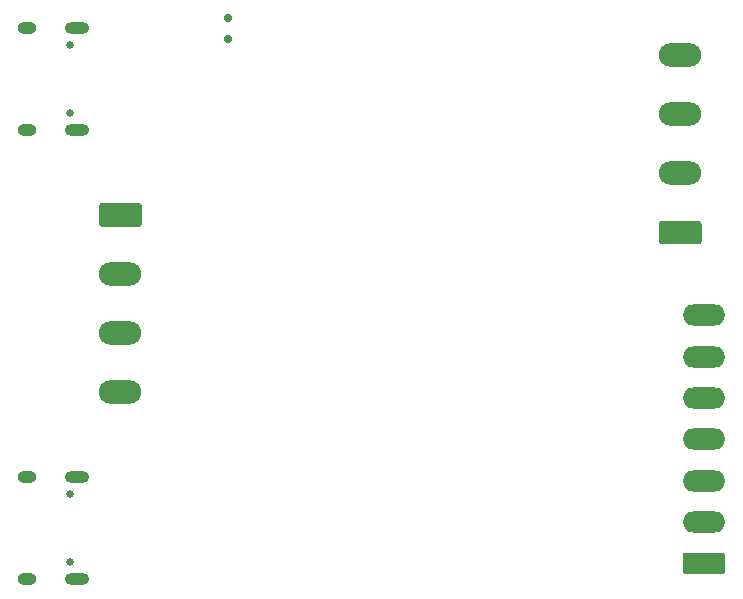
<source format=gbs>
G04 #@! TF.GenerationSoftware,KiCad,Pcbnew,5.1.5+dfsg1-2build2*
G04 #@! TF.CreationDate,2021-05-18T12:59:48+02:00*
G04 #@! TF.ProjectId,OtterStep,4f747465-7253-4746-9570-2e6b69636164,rev?*
G04 #@! TF.SameCoordinates,Original*
G04 #@! TF.FileFunction,Soldermask,Bot*
G04 #@! TF.FilePolarity,Negative*
%FSLAX46Y46*%
G04 Gerber Fmt 4.6, Leading zero omitted, Abs format (unit mm)*
G04 Created by KiCad (PCBNEW 5.1.5+dfsg1-2build2) date 2021-05-18 12:59:48*
%MOMM*%
%LPD*%
G04 APERTURE LIST*
%ADD10O,3.600000X2.000000*%
%ADD11C,0.100000*%
%ADD12C,0.700000*%
%ADD13O,3.600000X1.800000*%
%ADD14O,2.100000X1.000000*%
%ADD15O,1.600000X1.000000*%
%ADD16C,0.650000*%
G04 APERTURE END LIST*
D10*
X60500000Y-82500000D03*
X60500000Y-77500000D03*
X60500000Y-72500000D03*
D11*
G36*
X62074504Y-66501204D02*
G01*
X62098773Y-66504804D01*
X62122571Y-66510765D01*
X62145671Y-66519030D01*
X62167849Y-66529520D01*
X62188893Y-66542133D01*
X62208598Y-66556747D01*
X62226777Y-66573223D01*
X62243253Y-66591402D01*
X62257867Y-66611107D01*
X62270480Y-66632151D01*
X62280970Y-66654329D01*
X62289235Y-66677429D01*
X62295196Y-66701227D01*
X62298796Y-66725496D01*
X62300000Y-66750000D01*
X62300000Y-68250000D01*
X62298796Y-68274504D01*
X62295196Y-68298773D01*
X62289235Y-68322571D01*
X62280970Y-68345671D01*
X62270480Y-68367849D01*
X62257867Y-68388893D01*
X62243253Y-68408598D01*
X62226777Y-68426777D01*
X62208598Y-68443253D01*
X62188893Y-68457867D01*
X62167849Y-68470480D01*
X62145671Y-68480970D01*
X62122571Y-68489235D01*
X62098773Y-68495196D01*
X62074504Y-68498796D01*
X62050000Y-68500000D01*
X58950000Y-68500000D01*
X58925496Y-68498796D01*
X58901227Y-68495196D01*
X58877429Y-68489235D01*
X58854329Y-68480970D01*
X58832151Y-68470480D01*
X58811107Y-68457867D01*
X58791402Y-68443253D01*
X58773223Y-68426777D01*
X58756747Y-68408598D01*
X58742133Y-68388893D01*
X58729520Y-68367849D01*
X58719030Y-68345671D01*
X58710765Y-68322571D01*
X58704804Y-68298773D01*
X58701204Y-68274504D01*
X58700000Y-68250000D01*
X58700000Y-66750000D01*
X58701204Y-66725496D01*
X58704804Y-66701227D01*
X58710765Y-66677429D01*
X58719030Y-66654329D01*
X58729520Y-66632151D01*
X58742133Y-66611107D01*
X58756747Y-66591402D01*
X58773223Y-66573223D01*
X58791402Y-66556747D01*
X58811107Y-66542133D01*
X58832151Y-66529520D01*
X58854329Y-66519030D01*
X58877429Y-66510765D01*
X58901227Y-66504804D01*
X58925496Y-66501204D01*
X58950000Y-66500000D01*
X62050000Y-66500000D01*
X62074504Y-66501204D01*
G37*
D12*
X69600000Y-50850000D03*
X69600000Y-52650000D03*
D13*
X109900000Y-76000000D03*
X109900000Y-79500000D03*
X109900000Y-83000000D03*
X109900000Y-86500000D03*
X109900000Y-90000000D03*
X109900000Y-93500000D03*
D11*
G36*
X111474504Y-96101204D02*
G01*
X111498773Y-96104804D01*
X111522571Y-96110765D01*
X111545671Y-96119030D01*
X111567849Y-96129520D01*
X111588893Y-96142133D01*
X111608598Y-96156747D01*
X111626777Y-96173223D01*
X111643253Y-96191402D01*
X111657867Y-96211107D01*
X111670480Y-96232151D01*
X111680970Y-96254329D01*
X111689235Y-96277429D01*
X111695196Y-96301227D01*
X111698796Y-96325496D01*
X111700000Y-96350000D01*
X111700000Y-97650000D01*
X111698796Y-97674504D01*
X111695196Y-97698773D01*
X111689235Y-97722571D01*
X111680970Y-97745671D01*
X111670480Y-97767849D01*
X111657867Y-97788893D01*
X111643253Y-97808598D01*
X111626777Y-97826777D01*
X111608598Y-97843253D01*
X111588893Y-97857867D01*
X111567849Y-97870480D01*
X111545671Y-97880970D01*
X111522571Y-97889235D01*
X111498773Y-97895196D01*
X111474504Y-97898796D01*
X111450000Y-97900000D01*
X108350000Y-97900000D01*
X108325496Y-97898796D01*
X108301227Y-97895196D01*
X108277429Y-97889235D01*
X108254329Y-97880970D01*
X108232151Y-97870480D01*
X108211107Y-97857867D01*
X108191402Y-97843253D01*
X108173223Y-97826777D01*
X108156747Y-97808598D01*
X108142133Y-97788893D01*
X108129520Y-97767849D01*
X108119030Y-97745671D01*
X108110765Y-97722571D01*
X108104804Y-97698773D01*
X108101204Y-97674504D01*
X108100000Y-97650000D01*
X108100000Y-96350000D01*
X108101204Y-96325496D01*
X108104804Y-96301227D01*
X108110765Y-96277429D01*
X108119030Y-96254329D01*
X108129520Y-96232151D01*
X108142133Y-96211107D01*
X108156747Y-96191402D01*
X108173223Y-96173223D01*
X108191402Y-96156747D01*
X108211107Y-96142133D01*
X108232151Y-96129520D01*
X108254329Y-96119030D01*
X108277429Y-96110765D01*
X108301227Y-96104804D01*
X108325496Y-96101204D01*
X108350000Y-96100000D01*
X111450000Y-96100000D01*
X111474504Y-96101204D01*
G37*
D10*
X107900000Y-54000000D03*
X107900000Y-59000000D03*
X107900000Y-64000000D03*
D11*
G36*
X109474504Y-68001204D02*
G01*
X109498773Y-68004804D01*
X109522571Y-68010765D01*
X109545671Y-68019030D01*
X109567849Y-68029520D01*
X109588893Y-68042133D01*
X109608598Y-68056747D01*
X109626777Y-68073223D01*
X109643253Y-68091402D01*
X109657867Y-68111107D01*
X109670480Y-68132151D01*
X109680970Y-68154329D01*
X109689235Y-68177429D01*
X109695196Y-68201227D01*
X109698796Y-68225496D01*
X109700000Y-68250000D01*
X109700000Y-69750000D01*
X109698796Y-69774504D01*
X109695196Y-69798773D01*
X109689235Y-69822571D01*
X109680970Y-69845671D01*
X109670480Y-69867849D01*
X109657867Y-69888893D01*
X109643253Y-69908598D01*
X109626777Y-69926777D01*
X109608598Y-69943253D01*
X109588893Y-69957867D01*
X109567849Y-69970480D01*
X109545671Y-69980970D01*
X109522571Y-69989235D01*
X109498773Y-69995196D01*
X109474504Y-69998796D01*
X109450000Y-70000000D01*
X106350000Y-70000000D01*
X106325496Y-69998796D01*
X106301227Y-69995196D01*
X106277429Y-69989235D01*
X106254329Y-69980970D01*
X106232151Y-69970480D01*
X106211107Y-69957867D01*
X106191402Y-69943253D01*
X106173223Y-69926777D01*
X106156747Y-69908598D01*
X106142133Y-69888893D01*
X106129520Y-69867849D01*
X106119030Y-69845671D01*
X106110765Y-69822571D01*
X106104804Y-69798773D01*
X106101204Y-69774504D01*
X106100000Y-69750000D01*
X106100000Y-68250000D01*
X106101204Y-68225496D01*
X106104804Y-68201227D01*
X106110765Y-68177429D01*
X106119030Y-68154329D01*
X106129520Y-68132151D01*
X106142133Y-68111107D01*
X106156747Y-68091402D01*
X106173223Y-68073223D01*
X106191402Y-68056747D01*
X106211107Y-68042133D01*
X106232151Y-68029520D01*
X106254329Y-68019030D01*
X106277429Y-68010765D01*
X106301227Y-68004804D01*
X106325496Y-68001204D01*
X106350000Y-68000000D01*
X109450000Y-68000000D01*
X109474504Y-68001204D01*
G37*
D14*
X56785000Y-89680000D03*
X56785000Y-98320000D03*
D15*
X52605000Y-89680000D03*
X52605000Y-98320000D03*
D16*
X56255000Y-96890000D03*
X56255000Y-91110000D03*
D14*
X56785000Y-51680000D03*
X56785000Y-60320000D03*
D15*
X52605000Y-51680000D03*
X52605000Y-60320000D03*
D16*
X56255000Y-58890000D03*
X56255000Y-53110000D03*
M02*

</source>
